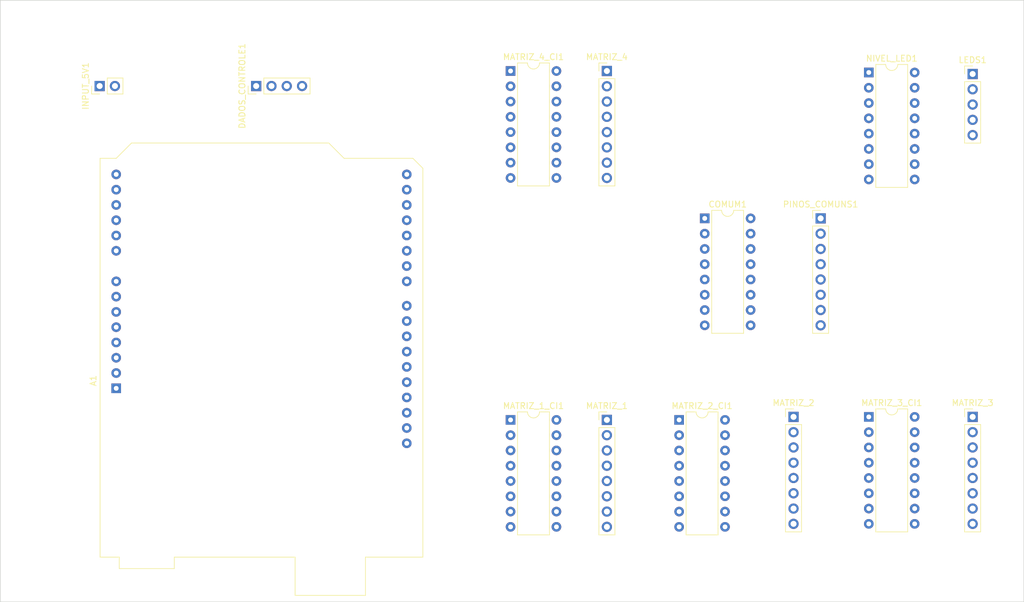
<source format=kicad_pcb>
(kicad_pcb (version 20171130) (host pcbnew 5.1.5-52549c5~86~ubuntu18.04.1)

  (general
    (thickness 1.6)
    (drawings 4)
    (tracks 0)
    (zones 0)
    (modules 15)
    (nets 90)
  )

  (page A4)
  (layers
    (0 F.Cu signal)
    (31 B.Cu signal)
    (32 B.Adhes user)
    (33 F.Adhes user)
    (34 B.Paste user)
    (35 F.Paste user)
    (36 B.SilkS user)
    (37 F.SilkS user)
    (38 B.Mask user)
    (39 F.Mask user)
    (40 Dwgs.User user)
    (41 Cmts.User user)
    (42 Eco1.User user)
    (43 Eco2.User user)
    (44 Edge.Cuts user)
    (45 Margin user)
    (46 B.CrtYd user)
    (47 F.CrtYd user)
    (48 B.Fab user)
    (49 F.Fab user)
  )

  (setup
    (last_trace_width 0.5)
    (user_trace_width 0.5)
    (trace_clearance 0.2)
    (zone_clearance 0.508)
    (zone_45_only no)
    (trace_min 0.2)
    (via_size 0.8)
    (via_drill 0.4)
    (via_min_size 0.4)
    (via_min_drill 0.3)
    (uvia_size 0.3)
    (uvia_drill 0.1)
    (uvias_allowed no)
    (uvia_min_size 0.2)
    (uvia_min_drill 0.1)
    (edge_width 0.05)
    (segment_width 0.2)
    (pcb_text_width 0.3)
    (pcb_text_size 1.5 1.5)
    (mod_edge_width 0.12)
    (mod_text_size 1 1)
    (mod_text_width 0.15)
    (pad_size 1.524 1.524)
    (pad_drill 0.762)
    (pad_to_mask_clearance 0.051)
    (solder_mask_min_width 0.25)
    (aux_axis_origin 49 151)
    (visible_elements FFFFFF7F)
    (pcbplotparams
      (layerselection 0x010fc_ffffffff)
      (usegerberextensions false)
      (usegerberattributes false)
      (usegerberadvancedattributes false)
      (creategerberjobfile false)
      (excludeedgelayer true)
      (linewidth 0.100000)
      (plotframeref false)
      (viasonmask false)
      (mode 1)
      (useauxorigin false)
      (hpglpennumber 1)
      (hpglpenspeed 20)
      (hpglpendiameter 15.000000)
      (psnegative false)
      (psa4output false)
      (plotreference true)
      (plotvalue true)
      (plotinvisibletext false)
      (padsonsilk false)
      (subtractmaskfromsilk false)
      (outputformat 1)
      (mirror false)
      (drillshape 1)
      (scaleselection 1)
      (outputdirectory ""))
  )

  (net 0 "")
  (net 1 "Net-(A1-Pad16)")
  (net 2 "Net-(A1-Pad15)")
  (net 3 "Net-(A1-Pad30)")
  (net 4 /SCL_SIGNAL)
  (net 5 "Net-(A1-Pad29)")
  (net 6 /SDA_SIGNAL)
  (net 7 "Net-(A1-Pad28)")
  (net 8 "Net-(A1-Pad12)")
  (net 9 "Net-(A1-Pad11)")
  (net 10 "Net-(A1-Pad7)")
  (net 11 "Net-(A1-Pad5)")
  (net 12 "Net-(A1-Pad4)")
  (net 13 "Net-(A1-Pad3)")
  (net 14 "Net-(A1-Pad18)")
  (net 15 "Net-(A1-Pad2)")
  (net 16 "Net-(A1-Pad17)")
  (net 17 "Net-(A1-Pad1)")
  (net 18 "Net-(A1-Pad31)")
  (net 19 "Net-(A1-Pad32)")
  (net 20 Earth)
  (net 21 /INPUT_5V)
  (net 22 /TEMPERATURA)
  (net 23 /INDICE_UV)
  (net 24 /C_1)
  (net 25 /C_8)
  (net 26 /DADOS_2)
  (net 27 /C_7)
  (net 28 /C_6)
  (net 29 /LATCH_2)
  (net 30 /C_5)
  (net 31 /CLOCK_2)
  (net 32 /C_4)
  (net 33 /C_3)
  (net 34 "Net-(COMUM1-Pad9)")
  (net 35 /C_2)
  (net 36 "Net-(COMUM1-Pad16)")
  (net 37 /LED_5)
  (net 38 /LED_4)
  (net 39 /LED_3)
  (net 40 /LED_2)
  (net 41 /LED_1)
  (net 42 /M_1_1)
  (net 43 /M_1_2)
  (net 44 /M_1_3)
  (net 45 /M_1_4)
  (net 46 /INPUT_5v)
  (net 47 /M_8_1)
  (net 48 /DADOS_1)
  (net 49 /M_7_1)
  (net 50 /M_6_1)
  (net 51 /LATCH_1)
  (net 52 /M_5_1)
  (net 53 /CLOCK_1)
  (net 54 /M_4_1)
  (net 55 /M_3_1)
  (net 56 /M_2_1)
  (net 57 /M_8_2)
  (net 58 /M_7_2)
  (net 59 /M_6_2)
  (net 60 /M_5_2)
  (net 61 /M_4_2)
  (net 62 /M_3_2)
  (net 63 /M_2_2)
  (net 64 /M_8_3)
  (net 65 /M_7_3)
  (net 66 /M_6_3)
  (net 67 /M_5_3)
  (net 68 /M_4_3)
  (net 69 /M_3_3)
  (net 70 /M_2_3)
  (net 71 /M_8_4)
  (net 72 /M_7_4)
  (net 73 /M_6_4)
  (net 74 /M_5_4)
  (net 75 /M_4_4)
  (net 76 /M_3_4)
  (net 77 /M_2_4)
  (net 78 "Net-(NIVEL_LED1-Pad7)")
  (net 79 /DADOS_LEDS)
  (net 80 "Net-(NIVEL_LED1-Pad6)")
  (net 81 "Net-(NIVEL_LED1-Pad5)")
  (net 82 /LATCH_LEDS)
  (net 83 /CLOCK_LEDS)
  (net 84 "Net-(NIVEL_LED1-Pad9)")
  (net 85 /LED2)
  (net 86 /SAIDA_CI_1)
  (net 87 /SAIDA_CI_3)
  (net 88 /SAIDA_CI_2)
  (net 89 "Net-(MATRIZ_4_CI1-Pad9)")

  (net_class Default "This is the default net class."
    (clearance 0.2)
    (trace_width 0.25)
    (via_dia 0.8)
    (via_drill 0.4)
    (uvia_dia 0.3)
    (uvia_drill 0.1)
    (add_net /CLOCK_1)
    (add_net /CLOCK_2)
    (add_net /CLOCK_LEDS)
    (add_net /C_1)
    (add_net /C_2)
    (add_net /C_3)
    (add_net /C_4)
    (add_net /C_5)
    (add_net /C_6)
    (add_net /C_7)
    (add_net /C_8)
    (add_net /DADOS_1)
    (add_net /DADOS_2)
    (add_net /DADOS_LEDS)
    (add_net /INDICE_UV)
    (add_net /INPUT_5V)
    (add_net /INPUT_5v)
    (add_net /LATCH_1)
    (add_net /LATCH_2)
    (add_net /LATCH_LEDS)
    (add_net /LED2)
    (add_net /LED_1)
    (add_net /LED_2)
    (add_net /LED_3)
    (add_net /LED_4)
    (add_net /LED_5)
    (add_net /M_1_1)
    (add_net /M_1_2)
    (add_net /M_1_3)
    (add_net /M_1_4)
    (add_net /M_2_1)
    (add_net /M_2_2)
    (add_net /M_2_3)
    (add_net /M_2_4)
    (add_net /M_3_1)
    (add_net /M_3_2)
    (add_net /M_3_3)
    (add_net /M_3_4)
    (add_net /M_4_1)
    (add_net /M_4_2)
    (add_net /M_4_3)
    (add_net /M_4_4)
    (add_net /M_5_1)
    (add_net /M_5_2)
    (add_net /M_5_3)
    (add_net /M_5_4)
    (add_net /M_6_1)
    (add_net /M_6_2)
    (add_net /M_6_3)
    (add_net /M_6_4)
    (add_net /M_7_1)
    (add_net /M_7_2)
    (add_net /M_7_3)
    (add_net /M_7_4)
    (add_net /M_8_1)
    (add_net /M_8_2)
    (add_net /M_8_3)
    (add_net /M_8_4)
    (add_net /SAIDA_CI_1)
    (add_net /SAIDA_CI_2)
    (add_net /SAIDA_CI_3)
    (add_net /SCL_SIGNAL)
    (add_net /SDA_SIGNAL)
    (add_net /TEMPERATURA)
    (add_net Earth)
    (add_net "Net-(A1-Pad1)")
    (add_net "Net-(A1-Pad11)")
    (add_net "Net-(A1-Pad12)")
    (add_net "Net-(A1-Pad15)")
    (add_net "Net-(A1-Pad16)")
    (add_net "Net-(A1-Pad17)")
    (add_net "Net-(A1-Pad18)")
    (add_net "Net-(A1-Pad2)")
    (add_net "Net-(A1-Pad28)")
    (add_net "Net-(A1-Pad29)")
    (add_net "Net-(A1-Pad3)")
    (add_net "Net-(A1-Pad30)")
    (add_net "Net-(A1-Pad31)")
    (add_net "Net-(A1-Pad32)")
    (add_net "Net-(A1-Pad4)")
    (add_net "Net-(A1-Pad5)")
    (add_net "Net-(A1-Pad7)")
    (add_net "Net-(COMUM1-Pad16)")
    (add_net "Net-(COMUM1-Pad9)")
    (add_net "Net-(MATRIZ_4_CI1-Pad9)")
    (add_net "Net-(NIVEL_LED1-Pad5)")
    (add_net "Net-(NIVEL_LED1-Pad6)")
    (add_net "Net-(NIVEL_LED1-Pad7)")
    (add_net "Net-(NIVEL_LED1-Pad9)")
  )

  (module Connector_PinHeader_2.54mm:PinHeader_1x08_P2.54mm_Vertical (layer F.Cu) (tedit 59FED5CC) (tstamp 5E9B1A21)
    (at 198 76.75)
    (descr "Through hole straight pin header, 1x08, 2.54mm pitch, single row")
    (tags "Through hole pin header THT 1x08 2.54mm single row")
    (path /5E667032)
    (fp_text reference PINOS_COMUNS1 (at 0 -2.33) (layer F.SilkS)
      (effects (font (size 1 1) (thickness 0.15)))
    )
    (fp_text value Conn_01x08_Male (at 0 20.11) (layer F.Fab)
      (effects (font (size 1 1) (thickness 0.15)))
    )
    (fp_text user %R (at 0 8.89 90) (layer F.Fab)
      (effects (font (size 1 1) (thickness 0.15)))
    )
    (fp_line (start 1.8 -1.8) (end -1.8 -1.8) (layer F.CrtYd) (width 0.05))
    (fp_line (start 1.8 19.55) (end 1.8 -1.8) (layer F.CrtYd) (width 0.05))
    (fp_line (start -1.8 19.55) (end 1.8 19.55) (layer F.CrtYd) (width 0.05))
    (fp_line (start -1.8 -1.8) (end -1.8 19.55) (layer F.CrtYd) (width 0.05))
    (fp_line (start -1.33 -1.33) (end 0 -1.33) (layer F.SilkS) (width 0.12))
    (fp_line (start -1.33 0) (end -1.33 -1.33) (layer F.SilkS) (width 0.12))
    (fp_line (start -1.33 1.27) (end 1.33 1.27) (layer F.SilkS) (width 0.12))
    (fp_line (start 1.33 1.27) (end 1.33 19.11) (layer F.SilkS) (width 0.12))
    (fp_line (start -1.33 1.27) (end -1.33 19.11) (layer F.SilkS) (width 0.12))
    (fp_line (start -1.33 19.11) (end 1.33 19.11) (layer F.SilkS) (width 0.12))
    (fp_line (start -1.27 -0.635) (end -0.635 -1.27) (layer F.Fab) (width 0.1))
    (fp_line (start -1.27 19.05) (end -1.27 -0.635) (layer F.Fab) (width 0.1))
    (fp_line (start 1.27 19.05) (end -1.27 19.05) (layer F.Fab) (width 0.1))
    (fp_line (start 1.27 -1.27) (end 1.27 19.05) (layer F.Fab) (width 0.1))
    (fp_line (start -0.635 -1.27) (end 1.27 -1.27) (layer F.Fab) (width 0.1))
    (pad 8 thru_hole oval (at 0 17.78) (size 1.7 1.7) (drill 1) (layers *.Cu *.Mask)
      (net 25 /C_8))
    (pad 7 thru_hole oval (at 0 15.24) (size 1.7 1.7) (drill 1) (layers *.Cu *.Mask)
      (net 27 /C_7))
    (pad 6 thru_hole oval (at 0 12.7) (size 1.7 1.7) (drill 1) (layers *.Cu *.Mask)
      (net 28 /C_6))
    (pad 5 thru_hole oval (at 0 10.16) (size 1.7 1.7) (drill 1) (layers *.Cu *.Mask)
      (net 30 /C_5))
    (pad 4 thru_hole oval (at 0 7.62) (size 1.7 1.7) (drill 1) (layers *.Cu *.Mask)
      (net 32 /C_4))
    (pad 3 thru_hole oval (at 0 5.08) (size 1.7 1.7) (drill 1) (layers *.Cu *.Mask)
      (net 33 /C_3))
    (pad 2 thru_hole oval (at 0 2.54) (size 1.7 1.7) (drill 1) (layers *.Cu *.Mask)
      (net 35 /C_2))
    (pad 1 thru_hole rect (at 0 0) (size 1.7 1.7) (drill 1) (layers *.Cu *.Mask)
      (net 24 /C_1))
    (model ${KISYS3DMOD}/Connector_PinHeader_2.54mm.3dshapes/PinHeader_1x08_P2.54mm_Vertical.wrl
      (at (xyz 0 0 0))
      (scale (xyz 1 1 1))
      (rotate (xyz 0 0 0))
    )
  )

  (module Package_DIP:DIP-16_W7.62mm (layer F.Cu) (tedit 5A02E8C5) (tstamp 5E9B1A05)
    (at 206 52.5)
    (descr "16-lead though-hole mounted DIP package, row spacing 7.62 mm (300 mils)")
    (tags "THT DIP DIL PDIP 2.54mm 7.62mm 300mil")
    (path /5EA35360)
    (fp_text reference NIVEL_LED1 (at 3.81 -2.33) (layer F.SilkS)
      (effects (font (size 1 1) (thickness 0.15)))
    )
    (fp_text value 74HC595 (at 3.81 20.11) (layer F.Fab)
      (effects (font (size 1 1) (thickness 0.15)))
    )
    (fp_text user %R (at 3.81 8.89) (layer F.Fab)
      (effects (font (size 1 1) (thickness 0.15)))
    )
    (fp_line (start 8.7 -1.55) (end -1.1 -1.55) (layer F.CrtYd) (width 0.05))
    (fp_line (start 8.7 19.3) (end 8.7 -1.55) (layer F.CrtYd) (width 0.05))
    (fp_line (start -1.1 19.3) (end 8.7 19.3) (layer F.CrtYd) (width 0.05))
    (fp_line (start -1.1 -1.55) (end -1.1 19.3) (layer F.CrtYd) (width 0.05))
    (fp_line (start 6.46 -1.33) (end 4.81 -1.33) (layer F.SilkS) (width 0.12))
    (fp_line (start 6.46 19.11) (end 6.46 -1.33) (layer F.SilkS) (width 0.12))
    (fp_line (start 1.16 19.11) (end 6.46 19.11) (layer F.SilkS) (width 0.12))
    (fp_line (start 1.16 -1.33) (end 1.16 19.11) (layer F.SilkS) (width 0.12))
    (fp_line (start 2.81 -1.33) (end 1.16 -1.33) (layer F.SilkS) (width 0.12))
    (fp_line (start 0.635 -0.27) (end 1.635 -1.27) (layer F.Fab) (width 0.1))
    (fp_line (start 0.635 19.05) (end 0.635 -0.27) (layer F.Fab) (width 0.1))
    (fp_line (start 6.985 19.05) (end 0.635 19.05) (layer F.Fab) (width 0.1))
    (fp_line (start 6.985 -1.27) (end 6.985 19.05) (layer F.Fab) (width 0.1))
    (fp_line (start 1.635 -1.27) (end 6.985 -1.27) (layer F.Fab) (width 0.1))
    (fp_arc (start 3.81 -1.33) (end 2.81 -1.33) (angle -180) (layer F.SilkS) (width 0.12))
    (pad 16 thru_hole oval (at 7.62 0) (size 1.6 1.6) (drill 0.8) (layers *.Cu *.Mask)
      (net 46 /INPUT_5v))
    (pad 8 thru_hole oval (at 0 17.78) (size 1.6 1.6) (drill 0.8) (layers *.Cu *.Mask)
      (net 20 Earth))
    (pad 15 thru_hole oval (at 7.62 2.54) (size 1.6 1.6) (drill 0.8) (layers *.Cu *.Mask)
      (net 41 /LED_1))
    (pad 7 thru_hole oval (at 0 15.24) (size 1.6 1.6) (drill 0.8) (layers *.Cu *.Mask)
      (net 78 "Net-(NIVEL_LED1-Pad7)"))
    (pad 14 thru_hole oval (at 7.62 5.08) (size 1.6 1.6) (drill 0.8) (layers *.Cu *.Mask)
      (net 79 /DADOS_LEDS))
    (pad 6 thru_hole oval (at 0 12.7) (size 1.6 1.6) (drill 0.8) (layers *.Cu *.Mask)
      (net 80 "Net-(NIVEL_LED1-Pad6)"))
    (pad 13 thru_hole oval (at 7.62 7.62) (size 1.6 1.6) (drill 0.8) (layers *.Cu *.Mask)
      (net 20 Earth))
    (pad 5 thru_hole oval (at 0 10.16) (size 1.6 1.6) (drill 0.8) (layers *.Cu *.Mask)
      (net 81 "Net-(NIVEL_LED1-Pad5)"))
    (pad 12 thru_hole oval (at 7.62 10.16) (size 1.6 1.6) (drill 0.8) (layers *.Cu *.Mask)
      (net 82 /LATCH_LEDS))
    (pad 4 thru_hole oval (at 0 7.62) (size 1.6 1.6) (drill 0.8) (layers *.Cu *.Mask)
      (net 37 /LED_5))
    (pad 11 thru_hole oval (at 7.62 12.7) (size 1.6 1.6) (drill 0.8) (layers *.Cu *.Mask)
      (net 83 /CLOCK_LEDS))
    (pad 3 thru_hole oval (at 0 5.08) (size 1.6 1.6) (drill 0.8) (layers *.Cu *.Mask)
      (net 38 /LED_4))
    (pad 10 thru_hole oval (at 7.62 15.24) (size 1.6 1.6) (drill 0.8) (layers *.Cu *.Mask)
      (net 21 /INPUT_5V))
    (pad 2 thru_hole oval (at 0 2.54) (size 1.6 1.6) (drill 0.8) (layers *.Cu *.Mask)
      (net 39 /LED_3))
    (pad 9 thru_hole oval (at 7.62 17.78) (size 1.6 1.6) (drill 0.8) (layers *.Cu *.Mask)
      (net 84 "Net-(NIVEL_LED1-Pad9)"))
    (pad 1 thru_hole rect (at 0 0) (size 1.6 1.6) (drill 0.8) (layers *.Cu *.Mask)
      (net 85 /LED2))
    (model ${KISYS3DMOD}/Package_DIP.3dshapes/DIP-16_W7.62mm.wrl
      (at (xyz 0 0 0))
      (scale (xyz 1 1 1))
      (rotate (xyz 0 0 0))
    )
  )

  (module Package_DIP:DIP-16_W7.62mm (layer F.Cu) (tedit 5A02E8C5) (tstamp 5E9B19E1)
    (at 146.5 52.25)
    (descr "16-lead though-hole mounted DIP package, row spacing 7.62 mm (300 mils)")
    (tags "THT DIP DIL PDIP 2.54mm 7.62mm 300mil")
    (path /5EF25998)
    (fp_text reference MATRIZ_4_CI1 (at 3.81 -2.33) (layer F.SilkS)
      (effects (font (size 1 1) (thickness 0.15)))
    )
    (fp_text value 74HC595 (at 3.81 20.11) (layer F.Fab)
      (effects (font (size 1 1) (thickness 0.15)))
    )
    (fp_text user %R (at 3.81 8.89) (layer F.Fab)
      (effects (font (size 1 1) (thickness 0.15)))
    )
    (fp_line (start 8.7 -1.55) (end -1.1 -1.55) (layer F.CrtYd) (width 0.05))
    (fp_line (start 8.7 19.3) (end 8.7 -1.55) (layer F.CrtYd) (width 0.05))
    (fp_line (start -1.1 19.3) (end 8.7 19.3) (layer F.CrtYd) (width 0.05))
    (fp_line (start -1.1 -1.55) (end -1.1 19.3) (layer F.CrtYd) (width 0.05))
    (fp_line (start 6.46 -1.33) (end 4.81 -1.33) (layer F.SilkS) (width 0.12))
    (fp_line (start 6.46 19.11) (end 6.46 -1.33) (layer F.SilkS) (width 0.12))
    (fp_line (start 1.16 19.11) (end 6.46 19.11) (layer F.SilkS) (width 0.12))
    (fp_line (start 1.16 -1.33) (end 1.16 19.11) (layer F.SilkS) (width 0.12))
    (fp_line (start 2.81 -1.33) (end 1.16 -1.33) (layer F.SilkS) (width 0.12))
    (fp_line (start 0.635 -0.27) (end 1.635 -1.27) (layer F.Fab) (width 0.1))
    (fp_line (start 0.635 19.05) (end 0.635 -0.27) (layer F.Fab) (width 0.1))
    (fp_line (start 6.985 19.05) (end 0.635 19.05) (layer F.Fab) (width 0.1))
    (fp_line (start 6.985 -1.27) (end 6.985 19.05) (layer F.Fab) (width 0.1))
    (fp_line (start 1.635 -1.27) (end 6.985 -1.27) (layer F.Fab) (width 0.1))
    (fp_arc (start 3.81 -1.33) (end 2.81 -1.33) (angle -180) (layer F.SilkS) (width 0.12))
    (pad 16 thru_hole oval (at 7.62 0) (size 1.6 1.6) (drill 0.8) (layers *.Cu *.Mask)
      (net 46 /INPUT_5v))
    (pad 8 thru_hole oval (at 0 17.78) (size 1.6 1.6) (drill 0.8) (layers *.Cu *.Mask)
      (net 20 Earth))
    (pad 15 thru_hole oval (at 7.62 2.54) (size 1.6 1.6) (drill 0.8) (layers *.Cu *.Mask)
      (net 45 /M_1_4))
    (pad 7 thru_hole oval (at 0 15.24) (size 1.6 1.6) (drill 0.8) (layers *.Cu *.Mask)
      (net 71 /M_8_4))
    (pad 14 thru_hole oval (at 7.62 5.08) (size 1.6 1.6) (drill 0.8) (layers *.Cu *.Mask)
      (net 87 /SAIDA_CI_3))
    (pad 6 thru_hole oval (at 0 12.7) (size 1.6 1.6) (drill 0.8) (layers *.Cu *.Mask)
      (net 72 /M_7_4))
    (pad 13 thru_hole oval (at 7.62 7.62) (size 1.6 1.6) (drill 0.8) (layers *.Cu *.Mask)
      (net 20 Earth))
    (pad 5 thru_hole oval (at 0 10.16) (size 1.6 1.6) (drill 0.8) (layers *.Cu *.Mask)
      (net 73 /M_6_4))
    (pad 12 thru_hole oval (at 7.62 10.16) (size 1.6 1.6) (drill 0.8) (layers *.Cu *.Mask)
      (net 51 /LATCH_1))
    (pad 4 thru_hole oval (at 0 7.62) (size 1.6 1.6) (drill 0.8) (layers *.Cu *.Mask)
      (net 74 /M_5_4))
    (pad 11 thru_hole oval (at 7.62 12.7) (size 1.6 1.6) (drill 0.8) (layers *.Cu *.Mask)
      (net 53 /CLOCK_1))
    (pad 3 thru_hole oval (at 0 5.08) (size 1.6 1.6) (drill 0.8) (layers *.Cu *.Mask)
      (net 75 /M_4_4))
    (pad 10 thru_hole oval (at 7.62 15.24) (size 1.6 1.6) (drill 0.8) (layers *.Cu *.Mask)
      (net 21 /INPUT_5V))
    (pad 2 thru_hole oval (at 0 2.54) (size 1.6 1.6) (drill 0.8) (layers *.Cu *.Mask)
      (net 76 /M_3_4))
    (pad 9 thru_hole oval (at 7.62 17.78) (size 1.6 1.6) (drill 0.8) (layers *.Cu *.Mask)
      (net 89 "Net-(MATRIZ_4_CI1-Pad9)"))
    (pad 1 thru_hole rect (at 0 0) (size 1.6 1.6) (drill 0.8) (layers *.Cu *.Mask)
      (net 77 /M_2_4))
    (model ${KISYS3DMOD}/Package_DIP.3dshapes/DIP-16_W7.62mm.wrl
      (at (xyz 0 0 0))
      (scale (xyz 1 1 1))
      (rotate (xyz 0 0 0))
    )
  )

  (module Package_DIP:DIP-16_W7.62mm (layer F.Cu) (tedit 5A02E8C5) (tstamp 5E9B19BD)
    (at 206 109.75)
    (descr "16-lead though-hole mounted DIP package, row spacing 7.62 mm (300 mils)")
    (tags "THT DIP DIL PDIP 2.54mm 7.62mm 300mil")
    (path /5EF02FA4)
    (fp_text reference MATRIZ_3_CI1 (at 3.81 -2.33) (layer F.SilkS)
      (effects (font (size 1 1) (thickness 0.15)))
    )
    (fp_text value 74HC595 (at 3.81 20.11) (layer F.Fab)
      (effects (font (size 1 1) (thickness 0.15)))
    )
    (fp_text user %R (at 3.81 8.89) (layer F.Fab)
      (effects (font (size 1 1) (thickness 0.15)))
    )
    (fp_line (start 8.7 -1.55) (end -1.1 -1.55) (layer F.CrtYd) (width 0.05))
    (fp_line (start 8.7 19.3) (end 8.7 -1.55) (layer F.CrtYd) (width 0.05))
    (fp_line (start -1.1 19.3) (end 8.7 19.3) (layer F.CrtYd) (width 0.05))
    (fp_line (start -1.1 -1.55) (end -1.1 19.3) (layer F.CrtYd) (width 0.05))
    (fp_line (start 6.46 -1.33) (end 4.81 -1.33) (layer F.SilkS) (width 0.12))
    (fp_line (start 6.46 19.11) (end 6.46 -1.33) (layer F.SilkS) (width 0.12))
    (fp_line (start 1.16 19.11) (end 6.46 19.11) (layer F.SilkS) (width 0.12))
    (fp_line (start 1.16 -1.33) (end 1.16 19.11) (layer F.SilkS) (width 0.12))
    (fp_line (start 2.81 -1.33) (end 1.16 -1.33) (layer F.SilkS) (width 0.12))
    (fp_line (start 0.635 -0.27) (end 1.635 -1.27) (layer F.Fab) (width 0.1))
    (fp_line (start 0.635 19.05) (end 0.635 -0.27) (layer F.Fab) (width 0.1))
    (fp_line (start 6.985 19.05) (end 0.635 19.05) (layer F.Fab) (width 0.1))
    (fp_line (start 6.985 -1.27) (end 6.985 19.05) (layer F.Fab) (width 0.1))
    (fp_line (start 1.635 -1.27) (end 6.985 -1.27) (layer F.Fab) (width 0.1))
    (fp_arc (start 3.81 -1.33) (end 2.81 -1.33) (angle -180) (layer F.SilkS) (width 0.12))
    (pad 16 thru_hole oval (at 7.62 0) (size 1.6 1.6) (drill 0.8) (layers *.Cu *.Mask)
      (net 46 /INPUT_5v))
    (pad 8 thru_hole oval (at 0 17.78) (size 1.6 1.6) (drill 0.8) (layers *.Cu *.Mask)
      (net 20 Earth))
    (pad 15 thru_hole oval (at 7.62 2.54) (size 1.6 1.6) (drill 0.8) (layers *.Cu *.Mask)
      (net 44 /M_1_3))
    (pad 7 thru_hole oval (at 0 15.24) (size 1.6 1.6) (drill 0.8) (layers *.Cu *.Mask)
      (net 64 /M_8_3))
    (pad 14 thru_hole oval (at 7.62 5.08) (size 1.6 1.6) (drill 0.8) (layers *.Cu *.Mask)
      (net 88 /SAIDA_CI_2))
    (pad 6 thru_hole oval (at 0 12.7) (size 1.6 1.6) (drill 0.8) (layers *.Cu *.Mask)
      (net 65 /M_7_3))
    (pad 13 thru_hole oval (at 7.62 7.62) (size 1.6 1.6) (drill 0.8) (layers *.Cu *.Mask)
      (net 20 Earth))
    (pad 5 thru_hole oval (at 0 10.16) (size 1.6 1.6) (drill 0.8) (layers *.Cu *.Mask)
      (net 66 /M_6_3))
    (pad 12 thru_hole oval (at 7.62 10.16) (size 1.6 1.6) (drill 0.8) (layers *.Cu *.Mask)
      (net 51 /LATCH_1))
    (pad 4 thru_hole oval (at 0 7.62) (size 1.6 1.6) (drill 0.8) (layers *.Cu *.Mask)
      (net 67 /M_5_3))
    (pad 11 thru_hole oval (at 7.62 12.7) (size 1.6 1.6) (drill 0.8) (layers *.Cu *.Mask)
      (net 53 /CLOCK_1))
    (pad 3 thru_hole oval (at 0 5.08) (size 1.6 1.6) (drill 0.8) (layers *.Cu *.Mask)
      (net 68 /M_4_3))
    (pad 10 thru_hole oval (at 7.62 15.24) (size 1.6 1.6) (drill 0.8) (layers *.Cu *.Mask)
      (net 21 /INPUT_5V))
    (pad 2 thru_hole oval (at 0 2.54) (size 1.6 1.6) (drill 0.8) (layers *.Cu *.Mask)
      (net 69 /M_3_3))
    (pad 9 thru_hole oval (at 7.62 17.78) (size 1.6 1.6) (drill 0.8) (layers *.Cu *.Mask)
      (net 87 /SAIDA_CI_3))
    (pad 1 thru_hole rect (at 0 0) (size 1.6 1.6) (drill 0.8) (layers *.Cu *.Mask)
      (net 70 /M_2_3))
    (model ${KISYS3DMOD}/Package_DIP.3dshapes/DIP-16_W7.62mm.wrl
      (at (xyz 0 0 0))
      (scale (xyz 1 1 1))
      (rotate (xyz 0 0 0))
    )
  )

  (module Package_DIP:DIP-16_W7.62mm (layer F.Cu) (tedit 5A02E8C5) (tstamp 5E9B1999)
    (at 174.5 110.25)
    (descr "16-lead though-hole mounted DIP package, row spacing 7.62 mm (300 mils)")
    (tags "THT DIP DIL PDIP 2.54mm 7.62mm 300mil")
    (path /5EEE7423)
    (fp_text reference MATRIZ_2_CI1 (at 3.81 -2.33) (layer F.SilkS)
      (effects (font (size 1 1) (thickness 0.15)))
    )
    (fp_text value 74HC595 (at 3.81 20.11) (layer F.Fab)
      (effects (font (size 1 1) (thickness 0.15)))
    )
    (fp_text user %R (at 3.81 8.89) (layer F.Fab)
      (effects (font (size 1 1) (thickness 0.15)))
    )
    (fp_line (start 8.7 -1.55) (end -1.1 -1.55) (layer F.CrtYd) (width 0.05))
    (fp_line (start 8.7 19.3) (end 8.7 -1.55) (layer F.CrtYd) (width 0.05))
    (fp_line (start -1.1 19.3) (end 8.7 19.3) (layer F.CrtYd) (width 0.05))
    (fp_line (start -1.1 -1.55) (end -1.1 19.3) (layer F.CrtYd) (width 0.05))
    (fp_line (start 6.46 -1.33) (end 4.81 -1.33) (layer F.SilkS) (width 0.12))
    (fp_line (start 6.46 19.11) (end 6.46 -1.33) (layer F.SilkS) (width 0.12))
    (fp_line (start 1.16 19.11) (end 6.46 19.11) (layer F.SilkS) (width 0.12))
    (fp_line (start 1.16 -1.33) (end 1.16 19.11) (layer F.SilkS) (width 0.12))
    (fp_line (start 2.81 -1.33) (end 1.16 -1.33) (layer F.SilkS) (width 0.12))
    (fp_line (start 0.635 -0.27) (end 1.635 -1.27) (layer F.Fab) (width 0.1))
    (fp_line (start 0.635 19.05) (end 0.635 -0.27) (layer F.Fab) (width 0.1))
    (fp_line (start 6.985 19.05) (end 0.635 19.05) (layer F.Fab) (width 0.1))
    (fp_line (start 6.985 -1.27) (end 6.985 19.05) (layer F.Fab) (width 0.1))
    (fp_line (start 1.635 -1.27) (end 6.985 -1.27) (layer F.Fab) (width 0.1))
    (fp_arc (start 3.81 -1.33) (end 2.81 -1.33) (angle -180) (layer F.SilkS) (width 0.12))
    (pad 16 thru_hole oval (at 7.62 0) (size 1.6 1.6) (drill 0.8) (layers *.Cu *.Mask)
      (net 46 /INPUT_5v))
    (pad 8 thru_hole oval (at 0 17.78) (size 1.6 1.6) (drill 0.8) (layers *.Cu *.Mask)
      (net 20 Earth))
    (pad 15 thru_hole oval (at 7.62 2.54) (size 1.6 1.6) (drill 0.8) (layers *.Cu *.Mask)
      (net 43 /M_1_2))
    (pad 7 thru_hole oval (at 0 15.24) (size 1.6 1.6) (drill 0.8) (layers *.Cu *.Mask)
      (net 57 /M_8_2))
    (pad 14 thru_hole oval (at 7.62 5.08) (size 1.6 1.6) (drill 0.8) (layers *.Cu *.Mask)
      (net 86 /SAIDA_CI_1))
    (pad 6 thru_hole oval (at 0 12.7) (size 1.6 1.6) (drill 0.8) (layers *.Cu *.Mask)
      (net 58 /M_7_2))
    (pad 13 thru_hole oval (at 7.62 7.62) (size 1.6 1.6) (drill 0.8) (layers *.Cu *.Mask)
      (net 20 Earth))
    (pad 5 thru_hole oval (at 0 10.16) (size 1.6 1.6) (drill 0.8) (layers *.Cu *.Mask)
      (net 59 /M_6_2))
    (pad 12 thru_hole oval (at 7.62 10.16) (size 1.6 1.6) (drill 0.8) (layers *.Cu *.Mask)
      (net 51 /LATCH_1))
    (pad 4 thru_hole oval (at 0 7.62) (size 1.6 1.6) (drill 0.8) (layers *.Cu *.Mask)
      (net 60 /M_5_2))
    (pad 11 thru_hole oval (at 7.62 12.7) (size 1.6 1.6) (drill 0.8) (layers *.Cu *.Mask)
      (net 53 /CLOCK_1))
    (pad 3 thru_hole oval (at 0 5.08) (size 1.6 1.6) (drill 0.8) (layers *.Cu *.Mask)
      (net 61 /M_4_2))
    (pad 10 thru_hole oval (at 7.62 15.24) (size 1.6 1.6) (drill 0.8) (layers *.Cu *.Mask)
      (net 21 /INPUT_5V))
    (pad 2 thru_hole oval (at 0 2.54) (size 1.6 1.6) (drill 0.8) (layers *.Cu *.Mask)
      (net 62 /M_3_2))
    (pad 9 thru_hole oval (at 7.62 17.78) (size 1.6 1.6) (drill 0.8) (layers *.Cu *.Mask)
      (net 88 /SAIDA_CI_2))
    (pad 1 thru_hole rect (at 0 0) (size 1.6 1.6) (drill 0.8) (layers *.Cu *.Mask)
      (net 63 /M_2_2))
    (model ${KISYS3DMOD}/Package_DIP.3dshapes/DIP-16_W7.62mm.wrl
      (at (xyz 0 0 0))
      (scale (xyz 1 1 1))
      (rotate (xyz 0 0 0))
    )
  )

  (module Package_DIP:DIP-16_W7.62mm (layer F.Cu) (tedit 5A02E8C5) (tstamp 5E9B1975)
    (at 146.5 110.25)
    (descr "16-lead though-hole mounted DIP package, row spacing 7.62 mm (300 mils)")
    (tags "THT DIP DIL PDIP 2.54mm 7.62mm 300mil")
    (path /5E64163E)
    (fp_text reference MATRIZ_1_CI1 (at 3.81 -2.33) (layer F.SilkS)
      (effects (font (size 1 1) (thickness 0.15)))
    )
    (fp_text value 74HC595 (at 3.81 20.11) (layer F.Fab)
      (effects (font (size 1 1) (thickness 0.15)))
    )
    (fp_text user %R (at 3.81 8.89) (layer F.Fab)
      (effects (font (size 1 1) (thickness 0.15)))
    )
    (fp_line (start 8.7 -1.55) (end -1.1 -1.55) (layer F.CrtYd) (width 0.05))
    (fp_line (start 8.7 19.3) (end 8.7 -1.55) (layer F.CrtYd) (width 0.05))
    (fp_line (start -1.1 19.3) (end 8.7 19.3) (layer F.CrtYd) (width 0.05))
    (fp_line (start -1.1 -1.55) (end -1.1 19.3) (layer F.CrtYd) (width 0.05))
    (fp_line (start 6.46 -1.33) (end 4.81 -1.33) (layer F.SilkS) (width 0.12))
    (fp_line (start 6.46 19.11) (end 6.46 -1.33) (layer F.SilkS) (width 0.12))
    (fp_line (start 1.16 19.11) (end 6.46 19.11) (layer F.SilkS) (width 0.12))
    (fp_line (start 1.16 -1.33) (end 1.16 19.11) (layer F.SilkS) (width 0.12))
    (fp_line (start 2.81 -1.33) (end 1.16 -1.33) (layer F.SilkS) (width 0.12))
    (fp_line (start 0.635 -0.27) (end 1.635 -1.27) (layer F.Fab) (width 0.1))
    (fp_line (start 0.635 19.05) (end 0.635 -0.27) (layer F.Fab) (width 0.1))
    (fp_line (start 6.985 19.05) (end 0.635 19.05) (layer F.Fab) (width 0.1))
    (fp_line (start 6.985 -1.27) (end 6.985 19.05) (layer F.Fab) (width 0.1))
    (fp_line (start 1.635 -1.27) (end 6.985 -1.27) (layer F.Fab) (width 0.1))
    (fp_arc (start 3.81 -1.33) (end 2.81 -1.33) (angle -180) (layer F.SilkS) (width 0.12))
    (pad 16 thru_hole oval (at 7.62 0) (size 1.6 1.6) (drill 0.8) (layers *.Cu *.Mask)
      (net 46 /INPUT_5v))
    (pad 8 thru_hole oval (at 0 17.78) (size 1.6 1.6) (drill 0.8) (layers *.Cu *.Mask)
      (net 20 Earth))
    (pad 15 thru_hole oval (at 7.62 2.54) (size 1.6 1.6) (drill 0.8) (layers *.Cu *.Mask)
      (net 42 /M_1_1))
    (pad 7 thru_hole oval (at 0 15.24) (size 1.6 1.6) (drill 0.8) (layers *.Cu *.Mask)
      (net 47 /M_8_1))
    (pad 14 thru_hole oval (at 7.62 5.08) (size 1.6 1.6) (drill 0.8) (layers *.Cu *.Mask)
      (net 48 /DADOS_1))
    (pad 6 thru_hole oval (at 0 12.7) (size 1.6 1.6) (drill 0.8) (layers *.Cu *.Mask)
      (net 49 /M_7_1))
    (pad 13 thru_hole oval (at 7.62 7.62) (size 1.6 1.6) (drill 0.8) (layers *.Cu *.Mask)
      (net 20 Earth))
    (pad 5 thru_hole oval (at 0 10.16) (size 1.6 1.6) (drill 0.8) (layers *.Cu *.Mask)
      (net 50 /M_6_1))
    (pad 12 thru_hole oval (at 7.62 10.16) (size 1.6 1.6) (drill 0.8) (layers *.Cu *.Mask)
      (net 51 /LATCH_1))
    (pad 4 thru_hole oval (at 0 7.62) (size 1.6 1.6) (drill 0.8) (layers *.Cu *.Mask)
      (net 52 /M_5_1))
    (pad 11 thru_hole oval (at 7.62 12.7) (size 1.6 1.6) (drill 0.8) (layers *.Cu *.Mask)
      (net 53 /CLOCK_1))
    (pad 3 thru_hole oval (at 0 5.08) (size 1.6 1.6) (drill 0.8) (layers *.Cu *.Mask)
      (net 54 /M_4_1))
    (pad 10 thru_hole oval (at 7.62 15.24) (size 1.6 1.6) (drill 0.8) (layers *.Cu *.Mask)
      (net 21 /INPUT_5V))
    (pad 2 thru_hole oval (at 0 2.54) (size 1.6 1.6) (drill 0.8) (layers *.Cu *.Mask)
      (net 55 /M_3_1))
    (pad 9 thru_hole oval (at 7.62 17.78) (size 1.6 1.6) (drill 0.8) (layers *.Cu *.Mask)
      (net 86 /SAIDA_CI_1))
    (pad 1 thru_hole rect (at 0 0) (size 1.6 1.6) (drill 0.8) (layers *.Cu *.Mask)
      (net 56 /M_2_1))
    (model ${KISYS3DMOD}/Package_DIP.3dshapes/DIP-16_W7.62mm.wrl
      (at (xyz 0 0 0))
      (scale (xyz 1 1 1))
      (rotate (xyz 0 0 0))
    )
  )

  (module Connector_PinHeader_2.54mm:PinHeader_1x08_P2.54mm_Vertical (layer F.Cu) (tedit 59FED5CC) (tstamp 5E9B1951)
    (at 162.5 52.25)
    (descr "Through hole straight pin header, 1x08, 2.54mm pitch, single row")
    (tags "Through hole pin header THT 1x08 2.54mm single row")
    (path /5EC40B98)
    (fp_text reference MATRIZ_4 (at 0 -2.33) (layer F.SilkS)
      (effects (font (size 1 1) (thickness 0.15)))
    )
    (fp_text value Conn_01x08_Male (at 0 20.11) (layer F.Fab)
      (effects (font (size 1 1) (thickness 0.15)))
    )
    (fp_text user %R (at 0 8.89 90) (layer F.Fab)
      (effects (font (size 1 1) (thickness 0.15)))
    )
    (fp_line (start 1.8 -1.8) (end -1.8 -1.8) (layer F.CrtYd) (width 0.05))
    (fp_line (start 1.8 19.55) (end 1.8 -1.8) (layer F.CrtYd) (width 0.05))
    (fp_line (start -1.8 19.55) (end 1.8 19.55) (layer F.CrtYd) (width 0.05))
    (fp_line (start -1.8 -1.8) (end -1.8 19.55) (layer F.CrtYd) (width 0.05))
    (fp_line (start -1.33 -1.33) (end 0 -1.33) (layer F.SilkS) (width 0.12))
    (fp_line (start -1.33 0) (end -1.33 -1.33) (layer F.SilkS) (width 0.12))
    (fp_line (start -1.33 1.27) (end 1.33 1.27) (layer F.SilkS) (width 0.12))
    (fp_line (start 1.33 1.27) (end 1.33 19.11) (layer F.SilkS) (width 0.12))
    (fp_line (start -1.33 1.27) (end -1.33 19.11) (layer F.SilkS) (width 0.12))
    (fp_line (start -1.33 19.11) (end 1.33 19.11) (layer F.SilkS) (width 0.12))
    (fp_line (start -1.27 -0.635) (end -0.635 -1.27) (layer F.Fab) (width 0.1))
    (fp_line (start -1.27 19.05) (end -1.27 -0.635) (layer F.Fab) (width 0.1))
    (fp_line (start 1.27 19.05) (end -1.27 19.05) (layer F.Fab) (width 0.1))
    (fp_line (start 1.27 -1.27) (end 1.27 19.05) (layer F.Fab) (width 0.1))
    (fp_line (start -0.635 -1.27) (end 1.27 -1.27) (layer F.Fab) (width 0.1))
    (pad 8 thru_hole oval (at 0 17.78) (size 1.7 1.7) (drill 1) (layers *.Cu *.Mask)
      (net 71 /M_8_4))
    (pad 7 thru_hole oval (at 0 15.24) (size 1.7 1.7) (drill 1) (layers *.Cu *.Mask)
      (net 72 /M_7_4))
    (pad 6 thru_hole oval (at 0 12.7) (size 1.7 1.7) (drill 1) (layers *.Cu *.Mask)
      (net 73 /M_6_4))
    (pad 5 thru_hole oval (at 0 10.16) (size 1.7 1.7) (drill 1) (layers *.Cu *.Mask)
      (net 74 /M_5_4))
    (pad 4 thru_hole oval (at 0 7.62) (size 1.7 1.7) (drill 1) (layers *.Cu *.Mask)
      (net 75 /M_4_4))
    (pad 3 thru_hole oval (at 0 5.08) (size 1.7 1.7) (drill 1) (layers *.Cu *.Mask)
      (net 76 /M_3_4))
    (pad 2 thru_hole oval (at 0 2.54) (size 1.7 1.7) (drill 1) (layers *.Cu *.Mask)
      (net 77 /M_2_4))
    (pad 1 thru_hole rect (at 0 0) (size 1.7 1.7) (drill 1) (layers *.Cu *.Mask)
      (net 45 /M_1_4))
    (model ${KISYS3DMOD}/Connector_PinHeader_2.54mm.3dshapes/PinHeader_1x08_P2.54mm_Vertical.wrl
      (at (xyz 0 0 0))
      (scale (xyz 1 1 1))
      (rotate (xyz 0 0 0))
    )
  )

  (module Connector_PinHeader_2.54mm:PinHeader_1x08_P2.54mm_Vertical (layer F.Cu) (tedit 59FED5CC) (tstamp 5E9B1935)
    (at 223.25 109.75)
    (descr "Through hole straight pin header, 1x08, 2.54mm pitch, single row")
    (tags "Through hole pin header THT 1x08 2.54mm single row")
    (path /5EBAC98D)
    (fp_text reference MATRIZ_3 (at 0 -2.33) (layer F.SilkS)
      (effects (font (size 1 1) (thickness 0.15)))
    )
    (fp_text value Conn_01x08_Male (at 0 20.11) (layer F.Fab)
      (effects (font (size 1 1) (thickness 0.15)))
    )
    (fp_text user %R (at 0 8.89 90) (layer F.Fab)
      (effects (font (size 1 1) (thickness 0.15)))
    )
    (fp_line (start 1.8 -1.8) (end -1.8 -1.8) (layer F.CrtYd) (width 0.05))
    (fp_line (start 1.8 19.55) (end 1.8 -1.8) (layer F.CrtYd) (width 0.05))
    (fp_line (start -1.8 19.55) (end 1.8 19.55) (layer F.CrtYd) (width 0.05))
    (fp_line (start -1.8 -1.8) (end -1.8 19.55) (layer F.CrtYd) (width 0.05))
    (fp_line (start -1.33 -1.33) (end 0 -1.33) (layer F.SilkS) (width 0.12))
    (fp_line (start -1.33 0) (end -1.33 -1.33) (layer F.SilkS) (width 0.12))
    (fp_line (start -1.33 1.27) (end 1.33 1.27) (layer F.SilkS) (width 0.12))
    (fp_line (start 1.33 1.27) (end 1.33 19.11) (layer F.SilkS) (width 0.12))
    (fp_line (start -1.33 1.27) (end -1.33 19.11) (layer F.SilkS) (width 0.12))
    (fp_line (start -1.33 19.11) (end 1.33 19.11) (layer F.SilkS) (width 0.12))
    (fp_line (start -1.27 -0.635) (end -0.635 -1.27) (layer F.Fab) (width 0.1))
    (fp_line (start -1.27 19.05) (end -1.27 -0.635) (layer F.Fab) (width 0.1))
    (fp_line (start 1.27 19.05) (end -1.27 19.05) (layer F.Fab) (width 0.1))
    (fp_line (start 1.27 -1.27) (end 1.27 19.05) (layer F.Fab) (width 0.1))
    (fp_line (start -0.635 -1.27) (end 1.27 -1.27) (layer F.Fab) (width 0.1))
    (pad 8 thru_hole oval (at 0 17.78) (size 1.7 1.7) (drill 1) (layers *.Cu *.Mask)
      (net 64 /M_8_3))
    (pad 7 thru_hole oval (at 0 15.24) (size 1.7 1.7) (drill 1) (layers *.Cu *.Mask)
      (net 65 /M_7_3))
    (pad 6 thru_hole oval (at 0 12.7) (size 1.7 1.7) (drill 1) (layers *.Cu *.Mask)
      (net 66 /M_6_3))
    (pad 5 thru_hole oval (at 0 10.16) (size 1.7 1.7) (drill 1) (layers *.Cu *.Mask)
      (net 67 /M_5_3))
    (pad 4 thru_hole oval (at 0 7.62) (size 1.7 1.7) (drill 1) (layers *.Cu *.Mask)
      (net 68 /M_4_3))
    (pad 3 thru_hole oval (at 0 5.08) (size 1.7 1.7) (drill 1) (layers *.Cu *.Mask)
      (net 69 /M_3_3))
    (pad 2 thru_hole oval (at 0 2.54) (size 1.7 1.7) (drill 1) (layers *.Cu *.Mask)
      (net 70 /M_2_3))
    (pad 1 thru_hole rect (at 0 0) (size 1.7 1.7) (drill 1) (layers *.Cu *.Mask)
      (net 44 /M_1_3))
    (model ${KISYS3DMOD}/Connector_PinHeader_2.54mm.3dshapes/PinHeader_1x08_P2.54mm_Vertical.wrl
      (at (xyz 0 0 0))
      (scale (xyz 1 1 1))
      (rotate (xyz 0 0 0))
    )
  )

  (module Connector_PinHeader_2.54mm:PinHeader_1x08_P2.54mm_Vertical (layer F.Cu) (tedit 59FED5CC) (tstamp 5E9B1919)
    (at 193.5 109.75)
    (descr "Through hole straight pin header, 1x08, 2.54mm pitch, single row")
    (tags "Through hole pin header THT 1x08 2.54mm single row")
    (path /5EB8D2F4)
    (fp_text reference MATRIZ_2 (at 0 -2.33) (layer F.SilkS)
      (effects (font (size 1 1) (thickness 0.15)))
    )
    (fp_text value Conn_01x08_Male (at 0 20.11) (layer F.Fab)
      (effects (font (size 1 1) (thickness 0.15)))
    )
    (fp_text user %R (at 0 8.89 90) (layer F.Fab)
      (effects (font (size 1 1) (thickness 0.15)))
    )
    (fp_line (start 1.8 -1.8) (end -1.8 -1.8) (layer F.CrtYd) (width 0.05))
    (fp_line (start 1.8 19.55) (end 1.8 -1.8) (layer F.CrtYd) (width 0.05))
    (fp_line (start -1.8 19.55) (end 1.8 19.55) (layer F.CrtYd) (width 0.05))
    (fp_line (start -1.8 -1.8) (end -1.8 19.55) (layer F.CrtYd) (width 0.05))
    (fp_line (start -1.33 -1.33) (end 0 -1.33) (layer F.SilkS) (width 0.12))
    (fp_line (start -1.33 0) (end -1.33 -1.33) (layer F.SilkS) (width 0.12))
    (fp_line (start -1.33 1.27) (end 1.33 1.27) (layer F.SilkS) (width 0.12))
    (fp_line (start 1.33 1.27) (end 1.33 19.11) (layer F.SilkS) (width 0.12))
    (fp_line (start -1.33 1.27) (end -1.33 19.11) (layer F.SilkS) (width 0.12))
    (fp_line (start -1.33 19.11) (end 1.33 19.11) (layer F.SilkS) (width 0.12))
    (fp_line (start -1.27 -0.635) (end -0.635 -1.27) (layer F.Fab) (width 0.1))
    (fp_line (start -1.27 19.05) (end -1.27 -0.635) (layer F.Fab) (width 0.1))
    (fp_line (start 1.27 19.05) (end -1.27 19.05) (layer F.Fab) (width 0.1))
    (fp_line (start 1.27 -1.27) (end 1.27 19.05) (layer F.Fab) (width 0.1))
    (fp_line (start -0.635 -1.27) (end 1.27 -1.27) (layer F.Fab) (width 0.1))
    (pad 8 thru_hole oval (at 0 17.78) (size 1.7 1.7) (drill 1) (layers *.Cu *.Mask)
      (net 57 /M_8_2))
    (pad 7 thru_hole oval (at 0 15.24) (size 1.7 1.7) (drill 1) (layers *.Cu *.Mask)
      (net 58 /M_7_2))
    (pad 6 thru_hole oval (at 0 12.7) (size 1.7 1.7) (drill 1) (layers *.Cu *.Mask)
      (net 59 /M_6_2))
    (pad 5 thru_hole oval (at 0 10.16) (size 1.7 1.7) (drill 1) (layers *.Cu *.Mask)
      (net 60 /M_5_2))
    (pad 4 thru_hole oval (at 0 7.62) (size 1.7 1.7) (drill 1) (layers *.Cu *.Mask)
      (net 61 /M_4_2))
    (pad 3 thru_hole oval (at 0 5.08) (size 1.7 1.7) (drill 1) (layers *.Cu *.Mask)
      (net 62 /M_3_2))
    (pad 2 thru_hole oval (at 0 2.54) (size 1.7 1.7) (drill 1) (layers *.Cu *.Mask)
      (net 63 /M_2_2))
    (pad 1 thru_hole rect (at 0 0) (size 1.7 1.7) (drill 1) (layers *.Cu *.Mask)
      (net 43 /M_1_2))
    (model ${KISYS3DMOD}/Connector_PinHeader_2.54mm.3dshapes/PinHeader_1x08_P2.54mm_Vertical.wrl
      (at (xyz 0 0 0))
      (scale (xyz 1 1 1))
      (rotate (xyz 0 0 0))
    )
  )

  (module Connector_PinHeader_2.54mm:PinHeader_1x08_P2.54mm_Vertical (layer F.Cu) (tedit 59FED5CC) (tstamp 5E9B18FD)
    (at 162.5 110.25)
    (descr "Through hole straight pin header, 1x08, 2.54mm pitch, single row")
    (tags "Through hole pin header THT 1x08 2.54mm single row")
    (path /5EB7099C)
    (fp_text reference MATRIZ_1 (at 0 -2.33) (layer F.SilkS)
      (effects (font (size 1 1) (thickness 0.15)))
    )
    (fp_text value Conn_01x08_Male (at 0 20.11) (layer F.Fab)
      (effects (font (size 1 1) (thickness 0.15)))
    )
    (fp_text user %R (at 0 8.89 90) (layer F.Fab)
      (effects (font (size 1 1) (thickness 0.15)))
    )
    (fp_line (start 1.8 -1.8) (end -1.8 -1.8) (layer F.CrtYd) (width 0.05))
    (fp_line (start 1.8 19.55) (end 1.8 -1.8) (layer F.CrtYd) (width 0.05))
    (fp_line (start -1.8 19.55) (end 1.8 19.55) (layer F.CrtYd) (width 0.05))
    (fp_line (start -1.8 -1.8) (end -1.8 19.55) (layer F.CrtYd) (width 0.05))
    (fp_line (start -1.33 -1.33) (end 0 -1.33) (layer F.SilkS) (width 0.12))
    (fp_line (start -1.33 0) (end -1.33 -1.33) (layer F.SilkS) (width 0.12))
    (fp_line (start -1.33 1.27) (end 1.33 1.27) (layer F.SilkS) (width 0.12))
    (fp_line (start 1.33 1.27) (end 1.33 19.11) (layer F.SilkS) (width 0.12))
    (fp_line (start -1.33 1.27) (end -1.33 19.11) (layer F.SilkS) (width 0.12))
    (fp_line (start -1.33 19.11) (end 1.33 19.11) (layer F.SilkS) (width 0.12))
    (fp_line (start -1.27 -0.635) (end -0.635 -1.27) (layer F.Fab) (width 0.1))
    (fp_line (start -1.27 19.05) (end -1.27 -0.635) (layer F.Fab) (width 0.1))
    (fp_line (start 1.27 19.05) (end -1.27 19.05) (layer F.Fab) (width 0.1))
    (fp_line (start 1.27 -1.27) (end 1.27 19.05) (layer F.Fab) (width 0.1))
    (fp_line (start -0.635 -1.27) (end 1.27 -1.27) (layer F.Fab) (width 0.1))
    (pad 8 thru_hole oval (at 0 17.78) (size 1.7 1.7) (drill 1) (layers *.Cu *.Mask)
      (net 47 /M_8_1))
    (pad 7 thru_hole oval (at 0 15.24) (size 1.7 1.7) (drill 1) (layers *.Cu *.Mask)
      (net 49 /M_7_1))
    (pad 6 thru_hole oval (at 0 12.7) (size 1.7 1.7) (drill 1) (layers *.Cu *.Mask)
      (net 50 /M_6_1))
    (pad 5 thru_hole oval (at 0 10.16) (size 1.7 1.7) (drill 1) (layers *.Cu *.Mask)
      (net 52 /M_5_1))
    (pad 4 thru_hole oval (at 0 7.62) (size 1.7 1.7) (drill 1) (layers *.Cu *.Mask)
      (net 54 /M_4_1))
    (pad 3 thru_hole oval (at 0 5.08) (size 1.7 1.7) (drill 1) (layers *.Cu *.Mask)
      (net 55 /M_3_1))
    (pad 2 thru_hole oval (at 0 2.54) (size 1.7 1.7) (drill 1) (layers *.Cu *.Mask)
      (net 56 /M_2_1))
    (pad 1 thru_hole rect (at 0 0) (size 1.7 1.7) (drill 1) (layers *.Cu *.Mask)
      (net 42 /M_1_1))
    (model ${KISYS3DMOD}/Connector_PinHeader_2.54mm.3dshapes/PinHeader_1x08_P2.54mm_Vertical.wrl
      (at (xyz 0 0 0))
      (scale (xyz 1 1 1))
      (rotate (xyz 0 0 0))
    )
  )

  (module Connector_PinHeader_2.54mm:PinHeader_1x05_P2.54mm_Vertical (layer F.Cu) (tedit 59FED5CC) (tstamp 5E9B18E1)
    (at 223.25 52.75)
    (descr "Through hole straight pin header, 1x05, 2.54mm pitch, single row")
    (tags "Through hole pin header THT 1x05 2.54mm single row")
    (path /5EAA0CCA)
    (fp_text reference LEDS1 (at 0 -2.33) (layer F.SilkS)
      (effects (font (size 1 1) (thickness 0.15)))
    )
    (fp_text value Conn_01x05_Male (at 0 12.49) (layer F.Fab)
      (effects (font (size 1 1) (thickness 0.15)))
    )
    (fp_text user %R (at 0 5.08 90) (layer F.Fab)
      (effects (font (size 1 1) (thickness 0.15)))
    )
    (fp_line (start 1.8 -1.8) (end -1.8 -1.8) (layer F.CrtYd) (width 0.05))
    (fp_line (start 1.8 11.95) (end 1.8 -1.8) (layer F.CrtYd) (width 0.05))
    (fp_line (start -1.8 11.95) (end 1.8 11.95) (layer F.CrtYd) (width 0.05))
    (fp_line (start -1.8 -1.8) (end -1.8 11.95) (layer F.CrtYd) (width 0.05))
    (fp_line (start -1.33 -1.33) (end 0 -1.33) (layer F.SilkS) (width 0.12))
    (fp_line (start -1.33 0) (end -1.33 -1.33) (layer F.SilkS) (width 0.12))
    (fp_line (start -1.33 1.27) (end 1.33 1.27) (layer F.SilkS) (width 0.12))
    (fp_line (start 1.33 1.27) (end 1.33 11.49) (layer F.SilkS) (width 0.12))
    (fp_line (start -1.33 1.27) (end -1.33 11.49) (layer F.SilkS) (width 0.12))
    (fp_line (start -1.33 11.49) (end 1.33 11.49) (layer F.SilkS) (width 0.12))
    (fp_line (start -1.27 -0.635) (end -0.635 -1.27) (layer F.Fab) (width 0.1))
    (fp_line (start -1.27 11.43) (end -1.27 -0.635) (layer F.Fab) (width 0.1))
    (fp_line (start 1.27 11.43) (end -1.27 11.43) (layer F.Fab) (width 0.1))
    (fp_line (start 1.27 -1.27) (end 1.27 11.43) (layer F.Fab) (width 0.1))
    (fp_line (start -0.635 -1.27) (end 1.27 -1.27) (layer F.Fab) (width 0.1))
    (pad 5 thru_hole oval (at 0 10.16) (size 1.7 1.7) (drill 1) (layers *.Cu *.Mask)
      (net 37 /LED_5))
    (pad 4 thru_hole oval (at 0 7.62) (size 1.7 1.7) (drill 1) (layers *.Cu *.Mask)
      (net 38 /LED_4))
    (pad 3 thru_hole oval (at 0 5.08) (size 1.7 1.7) (drill 1) (layers *.Cu *.Mask)
      (net 39 /LED_3))
    (pad 2 thru_hole oval (at 0 2.54) (size 1.7 1.7) (drill 1) (layers *.Cu *.Mask)
      (net 40 /LED_2))
    (pad 1 thru_hole rect (at 0 0) (size 1.7 1.7) (drill 1) (layers *.Cu *.Mask)
      (net 41 /LED_1))
    (model ${KISYS3DMOD}/Connector_PinHeader_2.54mm.3dshapes/PinHeader_1x05_P2.54mm_Vertical.wrl
      (at (xyz 0 0 0))
      (scale (xyz 1 1 1))
      (rotate (xyz 0 0 0))
    )
  )

  (module Package_DIP:DIP-16_W7.62mm (layer F.Cu) (tedit 5A02E8C5) (tstamp 5E9B1870)
    (at 178.75 76.75)
    (descr "16-lead though-hole mounted DIP package, row spacing 7.62 mm (300 mils)")
    (tags "THT DIP DIL PDIP 2.54mm 7.62mm 300mil")
    (path /5E64C3D1)
    (fp_text reference COMUM1 (at 3.81 -2.33) (layer F.SilkS)
      (effects (font (size 1 1) (thickness 0.15)))
    )
    (fp_text value 74HC595 (at 3.81 20.11) (layer F.Fab)
      (effects (font (size 1 1) (thickness 0.15)))
    )
    (fp_text user %R (at 3.81 8.89) (layer F.Fab)
      (effects (font (size 1 1) (thickness 0.15)))
    )
    (fp_line (start 8.7 -1.55) (end -1.1 -1.55) (layer F.CrtYd) (width 0.05))
    (fp_line (start 8.7 19.3) (end 8.7 -1.55) (layer F.CrtYd) (width 0.05))
    (fp_line (start -1.1 19.3) (end 8.7 19.3) (layer F.CrtYd) (width 0.05))
    (fp_line (start -1.1 -1.55) (end -1.1 19.3) (layer F.CrtYd) (width 0.05))
    (fp_line (start 6.46 -1.33) (end 4.81 -1.33) (layer F.SilkS) (width 0.12))
    (fp_line (start 6.46 19.11) (end 6.46 -1.33) (layer F.SilkS) (width 0.12))
    (fp_line (start 1.16 19.11) (end 6.46 19.11) (layer F.SilkS) (width 0.12))
    (fp_line (start 1.16 -1.33) (end 1.16 19.11) (layer F.SilkS) (width 0.12))
    (fp_line (start 2.81 -1.33) (end 1.16 -1.33) (layer F.SilkS) (width 0.12))
    (fp_line (start 0.635 -0.27) (end 1.635 -1.27) (layer F.Fab) (width 0.1))
    (fp_line (start 0.635 19.05) (end 0.635 -0.27) (layer F.Fab) (width 0.1))
    (fp_line (start 6.985 19.05) (end 0.635 19.05) (layer F.Fab) (width 0.1))
    (fp_line (start 6.985 -1.27) (end 6.985 19.05) (layer F.Fab) (width 0.1))
    (fp_line (start 1.635 -1.27) (end 6.985 -1.27) (layer F.Fab) (width 0.1))
    (fp_arc (start 3.81 -1.33) (end 2.81 -1.33) (angle -180) (layer F.SilkS) (width 0.12))
    (pad 16 thru_hole oval (at 7.62 0) (size 1.6 1.6) (drill 0.8) (layers *.Cu *.Mask)
      (net 36 "Net-(COMUM1-Pad16)"))
    (pad 8 thru_hole oval (at 0 17.78) (size 1.6 1.6) (drill 0.8) (layers *.Cu *.Mask)
      (net 20 Earth))
    (pad 15 thru_hole oval (at 7.62 2.54) (size 1.6 1.6) (drill 0.8) (layers *.Cu *.Mask)
      (net 24 /C_1))
    (pad 7 thru_hole oval (at 0 15.24) (size 1.6 1.6) (drill 0.8) (layers *.Cu *.Mask)
      (net 25 /C_8))
    (pad 14 thru_hole oval (at 7.62 5.08) (size 1.6 1.6) (drill 0.8) (layers *.Cu *.Mask)
      (net 26 /DADOS_2))
    (pad 6 thru_hole oval (at 0 12.7) (size 1.6 1.6) (drill 0.8) (layers *.Cu *.Mask)
      (net 27 /C_7))
    (pad 13 thru_hole oval (at 7.62 7.62) (size 1.6 1.6) (drill 0.8) (layers *.Cu *.Mask)
      (net 20 Earth))
    (pad 5 thru_hole oval (at 0 10.16) (size 1.6 1.6) (drill 0.8) (layers *.Cu *.Mask)
      (net 28 /C_6))
    (pad 12 thru_hole oval (at 7.62 10.16) (size 1.6 1.6) (drill 0.8) (layers *.Cu *.Mask)
      (net 29 /LATCH_2))
    (pad 4 thru_hole oval (at 0 7.62) (size 1.6 1.6) (drill 0.8) (layers *.Cu *.Mask)
      (net 30 /C_5))
    (pad 11 thru_hole oval (at 7.62 12.7) (size 1.6 1.6) (drill 0.8) (layers *.Cu *.Mask)
      (net 31 /CLOCK_2))
    (pad 3 thru_hole oval (at 0 5.08) (size 1.6 1.6) (drill 0.8) (layers *.Cu *.Mask)
      (net 32 /C_4))
    (pad 10 thru_hole oval (at 7.62 15.24) (size 1.6 1.6) (drill 0.8) (layers *.Cu *.Mask)
      (net 21 /INPUT_5V))
    (pad 2 thru_hole oval (at 0 2.54) (size 1.6 1.6) (drill 0.8) (layers *.Cu *.Mask)
      (net 33 /C_3))
    (pad 9 thru_hole oval (at 7.62 17.78) (size 1.6 1.6) (drill 0.8) (layers *.Cu *.Mask)
      (net 34 "Net-(COMUM1-Pad9)"))
    (pad 1 thru_hole rect (at 0 0) (size 1.6 1.6) (drill 0.8) (layers *.Cu *.Mask)
      (net 35 /C_2))
    (model ${KISYS3DMOD}/Package_DIP.3dshapes/DIP-16_W7.62mm.wrl
      (at (xyz 0 0 0))
      (scale (xyz 1 1 1))
      (rotate (xyz 0 0 0))
    )
  )

  (module Module:Arduino_UNO_R3 (layer F.Cu) (tedit 58AB60FC) (tstamp 5E9493BC)
    (at 81 105 90)
    (descr "Arduino UNO R3, http://www.mouser.com/pdfdocs/Gravitech_Arduino_Nano3_0.pdf")
    (tags "Arduino UNO R3")
    (path /5E63C2C3)
    (fp_text reference A1 (at 1.27 -3.81 270) (layer F.SilkS)
      (effects (font (size 1 1) (thickness 0.15)))
    )
    (fp_text value Arduino_UNO_R3 (at 0 22.86 90) (layer F.Fab)
      (effects (font (size 1 1) (thickness 0.15)))
    )
    (fp_line (start -27.94 -2.54) (end 38.1 -2.54) (layer F.Fab) (width 0.1))
    (fp_line (start -27.94 50.8) (end -27.94 -2.54) (layer F.Fab) (width 0.1))
    (fp_line (start 36.58 50.8) (end -27.94 50.8) (layer F.Fab) (width 0.1))
    (fp_line (start 38.1 49.28) (end 36.58 50.8) (layer F.Fab) (width 0.1))
    (fp_line (start 38.1 0) (end 40.64 2.54) (layer F.Fab) (width 0.1))
    (fp_line (start 38.1 -2.54) (end 38.1 0) (layer F.Fab) (width 0.1))
    (fp_line (start 40.64 35.31) (end 38.1 37.85) (layer F.Fab) (width 0.1))
    (fp_line (start 40.64 2.54) (end 40.64 35.31) (layer F.Fab) (width 0.1))
    (fp_line (start 38.1 37.85) (end 38.1 49.28) (layer F.Fab) (width 0.1))
    (fp_line (start -29.84 9.53) (end -29.84 0.64) (layer F.Fab) (width 0.1))
    (fp_line (start -16.51 9.53) (end -29.84 9.53) (layer F.Fab) (width 0.1))
    (fp_line (start -16.51 0.64) (end -16.51 9.53) (layer F.Fab) (width 0.1))
    (fp_line (start -29.84 0.64) (end -16.51 0.64) (layer F.Fab) (width 0.1))
    (fp_line (start -34.29 41.27) (end -34.29 29.84) (layer F.Fab) (width 0.1))
    (fp_line (start -18.41 41.27) (end -34.29 41.27) (layer F.Fab) (width 0.1))
    (fp_line (start -18.41 29.84) (end -18.41 41.27) (layer F.Fab) (width 0.1))
    (fp_line (start -34.29 29.84) (end -18.41 29.84) (layer F.Fab) (width 0.1))
    (fp_line (start 38.23 37.85) (end 40.77 35.31) (layer F.SilkS) (width 0.12))
    (fp_line (start 38.23 49.28) (end 38.23 37.85) (layer F.SilkS) (width 0.12))
    (fp_line (start 36.58 50.93) (end 38.23 49.28) (layer F.SilkS) (width 0.12))
    (fp_line (start -28.07 50.93) (end 36.58 50.93) (layer F.SilkS) (width 0.12))
    (fp_line (start -28.07 41.4) (end -28.07 50.93) (layer F.SilkS) (width 0.12))
    (fp_line (start -34.42 41.4) (end -28.07 41.4) (layer F.SilkS) (width 0.12))
    (fp_line (start -34.42 29.72) (end -34.42 41.4) (layer F.SilkS) (width 0.12))
    (fp_line (start -28.07 29.72) (end -34.42 29.72) (layer F.SilkS) (width 0.12))
    (fp_line (start -28.07 9.65) (end -28.07 29.72) (layer F.SilkS) (width 0.12))
    (fp_line (start -29.97 9.65) (end -28.07 9.65) (layer F.SilkS) (width 0.12))
    (fp_line (start -29.97 0.51) (end -29.97 9.65) (layer F.SilkS) (width 0.12))
    (fp_line (start -28.07 0.51) (end -29.97 0.51) (layer F.SilkS) (width 0.12))
    (fp_line (start -28.07 -2.67) (end -28.07 0.51) (layer F.SilkS) (width 0.12))
    (fp_line (start 38.23 -2.67) (end -28.07 -2.67) (layer F.SilkS) (width 0.12))
    (fp_line (start 38.23 0) (end 38.23 -2.67) (layer F.SilkS) (width 0.12))
    (fp_line (start 40.77 2.54) (end 38.23 0) (layer F.SilkS) (width 0.12))
    (fp_line (start 40.77 35.31) (end 40.77 2.54) (layer F.SilkS) (width 0.12))
    (fp_line (start -28.19 -2.79) (end 38.35 -2.79) (layer F.CrtYd) (width 0.05))
    (fp_line (start -28.19 0.38) (end -28.19 -2.79) (layer F.CrtYd) (width 0.05))
    (fp_line (start -30.1 0.38) (end -28.19 0.38) (layer F.CrtYd) (width 0.05))
    (fp_line (start -30.1 9.78) (end -30.1 0.38) (layer F.CrtYd) (width 0.05))
    (fp_line (start -28.19 9.78) (end -30.1 9.78) (layer F.CrtYd) (width 0.05))
    (fp_line (start -28.19 29.59) (end -28.19 9.78) (layer F.CrtYd) (width 0.05))
    (fp_line (start -34.54 29.59) (end -28.19 29.59) (layer F.CrtYd) (width 0.05))
    (fp_line (start -34.54 41.53) (end -34.54 29.59) (layer F.CrtYd) (width 0.05))
    (fp_line (start -28.19 41.53) (end -34.54 41.53) (layer F.CrtYd) (width 0.05))
    (fp_line (start -28.19 51.05) (end -28.19 41.53) (layer F.CrtYd) (width 0.05))
    (fp_line (start 36.58 51.05) (end -28.19 51.05) (layer F.CrtYd) (width 0.05))
    (fp_line (start 38.35 49.28) (end 36.58 51.05) (layer F.CrtYd) (width 0.05))
    (fp_line (start 38.35 37.85) (end 38.35 49.28) (layer F.CrtYd) (width 0.05))
    (fp_line (start 40.89 35.31) (end 38.35 37.85) (layer F.CrtYd) (width 0.05))
    (fp_line (start 40.89 2.54) (end 40.89 35.31) (layer F.CrtYd) (width 0.05))
    (fp_line (start 38.35 0) (end 40.89 2.54) (layer F.CrtYd) (width 0.05))
    (fp_line (start 38.35 -2.79) (end 38.35 0) (layer F.CrtYd) (width 0.05))
    (fp_text user %R (at 0 20.32 270) (layer F.Fab)
      (effects (font (size 1 1) (thickness 0.15)))
    )
    (pad 16 thru_hole oval (at 33.02 48.26 180) (size 1.6 1.6) (drill 0.8) (layers *.Cu *.Mask)
      (net 1 "Net-(A1-Pad16)"))
    (pad 15 thru_hole oval (at 35.56 48.26 180) (size 1.6 1.6) (drill 0.8) (layers *.Cu *.Mask)
      (net 2 "Net-(A1-Pad15)"))
    (pad 30 thru_hole oval (at -4.06 48.26 180) (size 1.6 1.6) (drill 0.8) (layers *.Cu *.Mask)
      (net 3 "Net-(A1-Pad30)"))
    (pad 14 thru_hole oval (at 35.56 0 180) (size 1.6 1.6) (drill 0.8) (layers *.Cu *.Mask)
      (net 4 /SCL_SIGNAL))
    (pad 29 thru_hole oval (at -1.52 48.26 180) (size 1.6 1.6) (drill 0.8) (layers *.Cu *.Mask)
      (net 5 "Net-(A1-Pad29)"))
    (pad 13 thru_hole oval (at 33.02 0 180) (size 1.6 1.6) (drill 0.8) (layers *.Cu *.Mask)
      (net 6 /SDA_SIGNAL))
    (pad 28 thru_hole oval (at 1.02 48.26 180) (size 1.6 1.6) (drill 0.8) (layers *.Cu *.Mask)
      (net 7 "Net-(A1-Pad28)"))
    (pad 12 thru_hole oval (at 30.48 0 180) (size 1.6 1.6) (drill 0.8) (layers *.Cu *.Mask)
      (net 8 "Net-(A1-Pad12)"))
    (pad 27 thru_hole oval (at 3.56 48.26 180) (size 1.6 1.6) (drill 0.8) (layers *.Cu *.Mask)
      (net 29 /LATCH_2))
    (pad 11 thru_hole oval (at 27.94 0 180) (size 1.6 1.6) (drill 0.8) (layers *.Cu *.Mask)
      (net 9 "Net-(A1-Pad11)"))
    (pad 26 thru_hole oval (at 6.1 48.26 180) (size 1.6 1.6) (drill 0.8) (layers *.Cu *.Mask)
      (net 26 /DADOS_2))
    (pad 10 thru_hole oval (at 25.4 0 180) (size 1.6 1.6) (drill 0.8) (layers *.Cu *.Mask)
      (net 22 /TEMPERATURA))
    (pad 25 thru_hole oval (at 8.64 48.26 180) (size 1.6 1.6) (drill 0.8) (layers *.Cu *.Mask)
      (net 31 /CLOCK_2))
    (pad 9 thru_hole oval (at 22.86 0 180) (size 1.6 1.6) (drill 0.8) (layers *.Cu *.Mask)
      (net 23 /INDICE_UV))
    (pad 24 thru_hole oval (at 11.18 48.26 180) (size 1.6 1.6) (drill 0.8) (layers *.Cu *.Mask)
      (net 51 /LATCH_1))
    (pad 8 thru_hole oval (at 17.78 0 180) (size 1.6 1.6) (drill 0.8) (layers *.Cu *.Mask)
      (net 21 /INPUT_5V))
    (pad 23 thru_hole oval (at 13.72 48.26 180) (size 1.6 1.6) (drill 0.8) (layers *.Cu *.Mask)
      (net 48 /DADOS_1))
    (pad 7 thru_hole oval (at 15.24 0 180) (size 1.6 1.6) (drill 0.8) (layers *.Cu *.Mask)
      (net 10 "Net-(A1-Pad7)"))
    (pad 22 thru_hole oval (at 17.78 48.26 180) (size 1.6 1.6) (drill 0.8) (layers *.Cu *.Mask)
      (net 53 /CLOCK_1))
    (pad 6 thru_hole oval (at 12.7 0 180) (size 1.6 1.6) (drill 0.8) (layers *.Cu *.Mask)
      (net 20 Earth))
    (pad 21 thru_hole oval (at 20.32 48.26 180) (size 1.6 1.6) (drill 0.8) (layers *.Cu *.Mask)
      (net 82 /LATCH_LEDS))
    (pad 5 thru_hole oval (at 10.16 0 180) (size 1.6 1.6) (drill 0.8) (layers *.Cu *.Mask)
      (net 11 "Net-(A1-Pad5)"))
    (pad 20 thru_hole oval (at 22.86 48.26 180) (size 1.6 1.6) (drill 0.8) (layers *.Cu *.Mask)
      (net 79 /DADOS_LEDS))
    (pad 4 thru_hole oval (at 7.62 0 180) (size 1.6 1.6) (drill 0.8) (layers *.Cu *.Mask)
      (net 12 "Net-(A1-Pad4)"))
    (pad 19 thru_hole oval (at 25.4 48.26 180) (size 1.6 1.6) (drill 0.8) (layers *.Cu *.Mask)
      (net 83 /CLOCK_LEDS))
    (pad 3 thru_hole oval (at 5.08 0 180) (size 1.6 1.6) (drill 0.8) (layers *.Cu *.Mask)
      (net 13 "Net-(A1-Pad3)"))
    (pad 18 thru_hole oval (at 27.94 48.26 180) (size 1.6 1.6) (drill 0.8) (layers *.Cu *.Mask)
      (net 14 "Net-(A1-Pad18)"))
    (pad 2 thru_hole oval (at 2.54 0 180) (size 1.6 1.6) (drill 0.8) (layers *.Cu *.Mask)
      (net 15 "Net-(A1-Pad2)"))
    (pad 17 thru_hole oval (at 30.48 48.26 180) (size 1.6 1.6) (drill 0.8) (layers *.Cu *.Mask)
      (net 16 "Net-(A1-Pad17)"))
    (pad 1 thru_hole rect (at 0 0 180) (size 1.6 1.6) (drill 0.8) (layers *.Cu *.Mask)
      (net 17 "Net-(A1-Pad1)"))
    (pad 31 thru_hole oval (at -6.6 48.26 180) (size 1.6 1.6) (drill 0.8) (layers *.Cu *.Mask)
      (net 18 "Net-(A1-Pad31)"))
    (pad 32 thru_hole oval (at -9.14 48.26 180) (size 1.6 1.6) (drill 0.8) (layers *.Cu *.Mask)
      (net 19 "Net-(A1-Pad32)"))
    (model ${KISYS3DMOD}/Module.3dshapes/Arduino_UNO_R3.wrl
      (at (xyz 0 0 0))
      (scale (xyz 1 1 1))
      (rotate (xyz 0 0 0))
    )
  )

  (module Connector_PinHeader_2.54mm:PinHeader_1x04_P2.54mm_Vertical (layer F.Cu) (tedit 59FED5CC) (tstamp 5E94A769)
    (at 104.25 54.75 90)
    (descr "Through hole straight pin header, 1x04, 2.54mm pitch, single row")
    (tags "Through hole pin header THT 1x04 2.54mm single row")
    (path /5E988108)
    (fp_text reference DADOS_CONTROLE1 (at 0 -2.33 90) (layer F.SilkS)
      (effects (font (size 1 1) (thickness 0.15)))
    )
    (fp_text value Conn_01x04_Male (at 0 9.95 90) (layer F.Fab)
      (effects (font (size 1 1) (thickness 0.15)))
    )
    (fp_text user %R (at 0 3.81) (layer F.Fab)
      (effects (font (size 1 1) (thickness 0.15)))
    )
    (fp_line (start 1.8 -1.8) (end -1.8 -1.8) (layer F.CrtYd) (width 0.05))
    (fp_line (start 1.8 9.4) (end 1.8 -1.8) (layer F.CrtYd) (width 0.05))
    (fp_line (start -1.8 9.4) (end 1.8 9.4) (layer F.CrtYd) (width 0.05))
    (fp_line (start -1.8 -1.8) (end -1.8 9.4) (layer F.CrtYd) (width 0.05))
    (fp_line (start -1.33 -1.33) (end 0 -1.33) (layer F.SilkS) (width 0.12))
    (fp_line (start -1.33 0) (end -1.33 -1.33) (layer F.SilkS) (width 0.12))
    (fp_line (start -1.33 1.27) (end 1.33 1.27) (layer F.SilkS) (width 0.12))
    (fp_line (start 1.33 1.27) (end 1.33 8.95) (layer F.SilkS) (width 0.12))
    (fp_line (start -1.33 1.27) (end -1.33 8.95) (layer F.SilkS) (width 0.12))
    (fp_line (start -1.33 8.95) (end 1.33 8.95) (layer F.SilkS) (width 0.12))
    (fp_line (start -1.27 -0.635) (end -0.635 -1.27) (layer F.Fab) (width 0.1))
    (fp_line (start -1.27 8.89) (end -1.27 -0.635) (layer F.Fab) (width 0.1))
    (fp_line (start 1.27 8.89) (end -1.27 8.89) (layer F.Fab) (width 0.1))
    (fp_line (start 1.27 -1.27) (end 1.27 8.89) (layer F.Fab) (width 0.1))
    (fp_line (start -0.635 -1.27) (end 1.27 -1.27) (layer F.Fab) (width 0.1))
    (pad 4 thru_hole oval (at 0 7.62 90) (size 1.7 1.7) (drill 1) (layers *.Cu *.Mask)
      (net 6 /SDA_SIGNAL))
    (pad 3 thru_hole oval (at 0 5.08 90) (size 1.7 1.7) (drill 1) (layers *.Cu *.Mask)
      (net 4 /SCL_SIGNAL))
    (pad 2 thru_hole oval (at 0 2.54 90) (size 1.7 1.7) (drill 1) (layers *.Cu *.Mask)
      (net 22 /TEMPERATURA))
    (pad 1 thru_hole rect (at 0 0 90) (size 1.7 1.7) (drill 1) (layers *.Cu *.Mask)
      (net 23 /INDICE_UV))
    (model ${KISYS3DMOD}/Connector_PinHeader_2.54mm.3dshapes/PinHeader_1x04_P2.54mm_Vertical.wrl
      (at (xyz 0 0 0))
      (scale (xyz 1 1 1))
      (rotate (xyz 0 0 0))
    )
  )

  (module Connector_PinHeader_2.54mm:PinHeader_1x02_P2.54mm_Vertical (layer F.Cu) (tedit 59FED5CC) (tstamp 5E94A119)
    (at 78.25 54.75 90)
    (descr "Through hole straight pin header, 1x02, 2.54mm pitch, single row")
    (tags "Through hole pin header THT 1x02 2.54mm single row")
    (path /5E657898)
    (fp_text reference INPUT_5V1 (at 0 -2.33 90) (layer F.SilkS)
      (effects (font (size 1 1) (thickness 0.15)))
    )
    (fp_text value Conn_01x02_Male (at 0 4.87 90) (layer F.Fab)
      (effects (font (size 1 1) (thickness 0.15)))
    )
    (fp_text user %R (at 0 1.27) (layer F.Fab)
      (effects (font (size 1 1) (thickness 0.15)))
    )
    (fp_line (start 1.8 -1.8) (end -1.8 -1.8) (layer F.CrtYd) (width 0.05))
    (fp_line (start 1.8 4.35) (end 1.8 -1.8) (layer F.CrtYd) (width 0.05))
    (fp_line (start -1.8 4.35) (end 1.8 4.35) (layer F.CrtYd) (width 0.05))
    (fp_line (start -1.8 -1.8) (end -1.8 4.35) (layer F.CrtYd) (width 0.05))
    (fp_line (start -1.33 -1.33) (end 0 -1.33) (layer F.SilkS) (width 0.12))
    (fp_line (start -1.33 0) (end -1.33 -1.33) (layer F.SilkS) (width 0.12))
    (fp_line (start -1.33 1.27) (end 1.33 1.27) (layer F.SilkS) (width 0.12))
    (fp_line (start 1.33 1.27) (end 1.33 3.87) (layer F.SilkS) (width 0.12))
    (fp_line (start -1.33 1.27) (end -1.33 3.87) (layer F.SilkS) (width 0.12))
    (fp_line (start -1.33 3.87) (end 1.33 3.87) (layer F.SilkS) (width 0.12))
    (fp_line (start -1.27 -0.635) (end -0.635 -1.27) (layer F.Fab) (width 0.1))
    (fp_line (start -1.27 3.81) (end -1.27 -0.635) (layer F.Fab) (width 0.1))
    (fp_line (start 1.27 3.81) (end -1.27 3.81) (layer F.Fab) (width 0.1))
    (fp_line (start 1.27 -1.27) (end 1.27 3.81) (layer F.Fab) (width 0.1))
    (fp_line (start -0.635 -1.27) (end 1.27 -1.27) (layer F.Fab) (width 0.1))
    (pad 2 thru_hole oval (at 0 2.54 90) (size 1.7 1.7) (drill 1) (layers *.Cu *.Mask)
      (net 20 Earth))
    (pad 1 thru_hole rect (at 0 0 90) (size 1.7 1.7) (drill 1) (layers *.Cu *.Mask)
      (net 21 /INPUT_5V))
    (model ${KISYS3DMOD}/Connector_PinHeader_2.54mm.3dshapes/PinHeader_1x02_P2.54mm_Vertical.wrl
      (at (xyz 0 0 0))
      (scale (xyz 1 1 1))
      (rotate (xyz 0 0 0))
    )
  )

  (gr_line (start 61.75 140.5) (end 61.75 40.5) (layer Edge.Cuts) (width 0.1))
  (gr_line (start 61.75 40.5) (end 231.75 40.5) (layer Edge.Cuts) (width 0.1))
  (gr_line (start 231.75 40.5) (end 231.75 140.5) (layer Edge.Cuts) (width 0.1))
  (gr_line (start 231.75 140.5) (end 61.75 140.5) (layer Edge.Cuts) (width 0.1))

)

</source>
